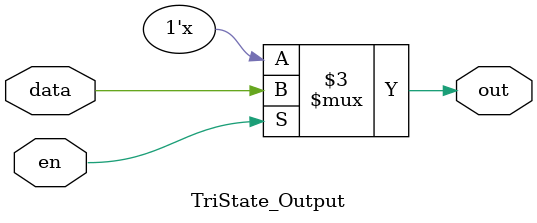
<source format=sv>
module Comparator_TriState #(parameter WIDTH = 8) (
    input              en,
    input  [WIDTH-1:0] src1,
    input  [WIDTH-1:0] src2,
    output tri         equal
);
    wire [WIDTH-1:0] complement_src2;
    wire [WIDTH-1:0] sub_result;
    wire zero_flag;
    reg equal_reg;
    
    // 实例化补码计算模块
    Complement_Calculator #(WIDTH) comp_calc (
        .src(src2),
        .complement(complement_src2)
    );
    
    // 实例化减法器模块
    Subtractor #(WIDTH) sub (
        .src1(src1),
        .src2(complement_src2),
        .result(sub_result)
    );
    
    // 实例化零检测模块
    Zero_Detector #(WIDTH) zero_det (
        .data(sub_result),
        .is_zero(zero_flag)
    );
    
    // 实例化三态输出控制模块
    TriState_Output tri_out (
        .en(en),
        .data(zero_flag),
        .out(equal_reg)
    );
    
    assign equal = equal_reg;
endmodule

module Complement_Calculator #(parameter WIDTH = 8) (
    input  [WIDTH-1:0] src,
    output [WIDTH-1:0] complement
);
    assign complement = ~src + 1'b1;
endmodule

module Subtractor #(parameter WIDTH = 8) (
    input  [WIDTH-1:0] src1,
    input  [WIDTH-1:0] src2,
    output [WIDTH-1:0] result
);
    assign result = src1 + src2;
endmodule

module Zero_Detector #(parameter WIDTH = 8) (
    input  [WIDTH-1:0] data,
    output is_zero
);
    assign is_zero = (data == {WIDTH{1'b0}});
endmodule

module TriState_Output (
    input  en,
    input  data,
    output reg out
);
    always @(*) begin
        if (en) begin
            out = data;
        end
        else begin
            out = 1'bz;
        end
    end
endmodule
</source>
